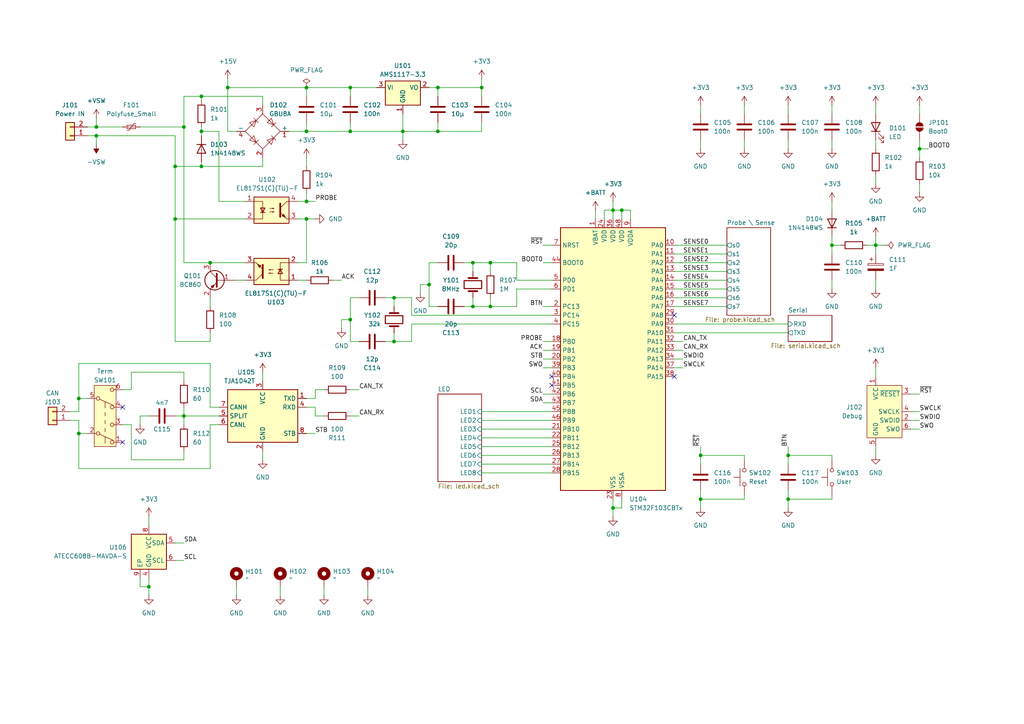
<source format=kicad_sch>
(kicad_sch (version 20231120) (generator "eeschema") (generator_version "8.0")
  (paper "A4")
  (title_block (title "Belegt") (date "2025-01-22") (rev "v0.1") (company "Eurovibes Benedikt Spranger") (comment 1 "SPDX-License-Identifier: CERN-OHL-S-2.0") (comment 2 "https://ohwr.org/cern_ohl_s_v2.txt") (comment 3 "To view a copy of this license, visit") (comment 4 "This work is licensed under the CERN-OHL-S v2"))
  (junction (at 142.24 76.2))
  (junction (at 27.94 36.83))
  (junction (at 114.3 99.06))
  (junction (at 127 25.4))
  (junction (at 177.8 60.96))
  (junction (at 88.9 38.1))
  (junction (at 116.84 38.1))
  (junction (at 142.24 88.9))
  (junction (at 58.42 48.26))
  (junction (at 266.7 43.18))
  (junction (at 137.16 76.2))
  (junction (at 88.9 58.42))
  (junction (at 228.6 144.78))
  (junction (at 58.42 27.94))
  (junction (at 139.7 25.4))
  (junction (at 254 71.12))
  (junction (at 58.42 38.1))
  (junction (at 88.9 25.4))
  (junction (at 22.86 115.57))
  (junction (at 137.16 88.9))
  (junction (at 101.6 25.4))
  (junction (at 60.96 76.2))
  (junction (at 177.8 147.32))
  (junction (at 101.6 38.1))
  (junction (at 53.34 120.65))
  (junction (at 114.3 86.36))
  (junction (at 50.8 63.5))
  (junction (at 88.9 63.5))
  (junction (at 203.2 132.08))
  (junction (at 241.3 71.12))
  (junction (at 50.8 48.26))
  (junction (at 180.34 60.96))
  (junction (at 66.04 25.4))
  (junction (at 22.86 125.73))
  (junction (at 27.94 39.37))
  (junction (at 101.6 92.71))
  (junction (at 127 38.1))
  (junction (at 53.34 36.83))
  (junction (at 43.18 170.18))
  (junction (at 203.2 144.78))
  (junction (at 124.46 82.55))
  (junction (at 228.6 132.08))
  (no_connect (at 160.02 111.76))
  (no_connect (at 35.56 128.27))
  (no_connect (at 195.58 109.22))
  (no_connect (at 160.02 109.22))
  (no_connect (at 195.58 91.44))
  (no_connect (at 35.56 118.11))
  (wire (pts (xy 88.9 58.42) (xy 91.44 58.42)))
  (wire (pts (xy 139.7 27.94) (xy 139.7 25.4)))
  (wire (pts (xy 43.18 149.86) (xy 43.18 152.4)))
  (wire (pts (xy 22.86 121.92) (xy 22.86 125.73)))
  (wire (pts (xy 157.48 71.12) (xy 160.02 71.12)))
  (wire (pts (xy 157.48 76.2) (xy 160.02 76.2)))
  (wire (pts (xy 254 81.28) (xy 254 83.82)))
  (wire (pts (xy 139.7 35.56) (xy 139.7 38.1)))
  (wire (pts (xy 53.34 130.81) (xy 53.34 133.35)))
  (wire (pts (xy 127 25.4) (xy 127 27.94)))
  (wire (pts (xy 71.12 58.42) (xy 63.5 58.42)))
  (wire (pts (xy 71.12 63.5) (xy 50.8 63.5)))
  (wire (pts (xy 96.52 81.28) (xy 99.06 81.28)))
  (wire (pts (xy 134.62 76.2) (xy 137.16 76.2)))
  (wire (pts (xy 53.34 76.2) (xy 60.96 76.2)))
  (wire (pts (xy 121.92 82.55) (xy 124.46 82.55)))
  (wire (pts (xy 127 35.56) (xy 127 38.1)))
  (wire (pts (xy 101.6 38.1) (xy 116.84 38.1)))
  (wire (pts (xy 99.06 92.71) (xy 99.06 95.25)))
  (wire (pts (xy 264.16 119.38) (xy 266.7 119.38)))
  (wire (pts (xy 63.5 123.19) (xy 60.96 123.19)))
  (wire (pts (xy 254 129.54) (xy 254 132.08)))
  (wire (pts (xy 182.88 60.96) (xy 182.88 63.5)))
  (wire (pts (xy 91.44 120.65) (xy 93.98 120.65)))
  (wire (pts (xy 139.7 121.92) (xy 160.02 121.92)))
  (wire (pts (xy 101.6 99.06) (xy 104.14 99.06)))
  (wire (pts (xy 195.58 71.12) (xy 210.82 71.12)))
  (wire (pts (xy 266.7 40.64) (xy 266.7 43.18)))
  (wire (pts (xy 180.34 60.96) (xy 182.88 60.96)))
  (wire (pts (xy 91.44 118.11) (xy 91.44 120.65)))
  (wire (pts (xy 114.3 86.36) (xy 114.3 88.9)))
  (wire (pts (xy 53.34 27.94) (xy 58.42 27.94)))
  (wire (pts (xy 195.58 78.74) (xy 210.82 78.74)))
  (wire (pts (xy 66.04 22.86) (xy 66.04 25.4)))
  (wire (pts (xy 119.38 93.98) (xy 119.38 99.06)))
  (wire (pts (xy 27.94 39.37) (xy 50.8 39.37)))
  (wire (pts (xy 195.58 83.82) (xy 210.82 83.82)))
  (wire (pts (xy 124.46 88.9) (xy 127 88.9)))
  (wire (pts (xy 149.86 88.9) (xy 142.24 88.9)))
  (wire (pts (xy 76.2 130.81) (xy 76.2 133.35)))
  (wire (pts (xy 203.2 132.08) (xy 203.2 134.62)))
  (wire (pts (xy 195.58 88.9) (xy 210.82 88.9)))
  (wire (pts (xy 60.96 86.36) (xy 60.96 88.9)))
  (wire (pts (xy 241.3 133.35) (xy 241.3 132.08)))
  (wire (pts (xy 139.7 38.1) (xy 127 38.1)))
  (wire (pts (xy 241.3 71.12) (xy 243.84 71.12)))
  (wire (pts (xy 157.48 106.68) (xy 160.02 106.68)))
  (wire (pts (xy 180.34 147.32) (xy 177.8 147.32)))
  (wire (pts (xy 157.48 116.84) (xy 160.02 116.84)))
  (wire (pts (xy 180.34 144.78) (xy 180.34 147.32)))
  (wire (pts (xy 35.56 123.19) (xy 38.1 123.19)))
  (wire (pts (xy 228.6 40.64) (xy 228.6 43.18)))
  (wire (pts (xy 58.42 36.83) (xy 58.42 38.1)))
  (wire (pts (xy 124.46 82.55) (xy 124.46 88.9)))
  (wire (pts (xy 139.7 132.08) (xy 160.02 132.08)))
  (wire (pts (xy 241.3 30.48) (xy 241.3 33.02)))
  (wire (pts (xy 101.6 86.36) (xy 101.6 92.71)))
  (wire (pts (xy 91.44 113.03) (xy 93.98 113.03)))
  (wire (pts (xy 22.86 115.57) (xy 22.86 119.38)))
  (wire (pts (xy 137.16 78.74) (xy 137.16 76.2)))
  (wire (pts (xy 40.64 167.64) (xy 40.64 170.18)))
  (wire (pts (xy 195.58 96.52) (xy 228.6 96.52)))
  (wire (pts (xy 101.6 92.71) (xy 101.6 99.06)))
  (wire (pts (xy 111.76 99.06) (xy 114.3 99.06)))
  (wire (pts (xy 91.44 118.11) (xy 88.9 118.11)))
  (wire (pts (xy 114.3 99.06) (xy 114.3 96.52)))
  (wire (pts (xy 119.38 91.44) (xy 119.38 86.36)))
  (wire (pts (xy 63.5 118.11) (xy 60.96 118.11)))
  (wire (pts (xy 195.58 101.6) (xy 198.12 101.6)))
  (wire (pts (xy 40.64 170.18) (xy 43.18 170.18)))
  (wire (pts (xy 25.4 39.37) (xy 27.94 39.37)))
  (wire (pts (xy 114.3 99.06) (xy 119.38 99.06)))
  (wire (pts (xy 228.6 132.08) (xy 228.6 134.62)))
  (wire (pts (xy 63.5 38.1) (xy 58.42 38.1)))
  (wire (pts (xy 91.44 115.57) (xy 88.9 115.57)))
  (wire (pts (xy 195.58 81.28) (xy 210.82 81.28)))
  (wire (pts (xy 149.86 83.82) (xy 149.86 88.9)))
  (wire (pts (xy 50.8 63.5) (xy 50.8 99.06)))
  (wire (pts (xy 50.8 162.56) (xy 53.34 162.56)))
  (wire (pts (xy 139.7 22.86) (xy 139.7 25.4)))
  (wire (pts (xy 93.98 170.18) (xy 93.98 172.72)))
  (wire (pts (xy 50.8 39.37) (xy 50.8 48.26)))
  (wire (pts (xy 27.94 36.83) (xy 35.56 36.83)))
  (wire (pts (xy 60.96 105.41) (xy 22.86 105.41)))
  (wire (pts (xy 203.2 142.24) (xy 203.2 144.78)))
  (wire (pts (xy 139.7 137.16) (xy 160.02 137.16)))
  (wire (pts (xy 22.86 125.73) (xy 25.4 125.73)))
  (wire (pts (xy 195.58 86.36) (xy 210.82 86.36)))
  (wire (pts (xy 215.9 144.78) (xy 203.2 144.78)))
  (wire (pts (xy 88.9 38.1) (xy 101.6 38.1)))
  (wire (pts (xy 264.16 114.3) (xy 266.7 114.3)))
  (wire (pts (xy 254 50.8) (xy 254 53.34)))
  (wire (pts (xy 142.24 86.36) (xy 142.24 88.9)))
  (wire (pts (xy 254 106.68) (xy 254 109.22)))
  (wire (pts (xy 137.16 76.2) (xy 142.24 76.2)))
  (wire (pts (xy 266.7 30.48) (xy 266.7 33.02)))
  (wire (pts (xy 177.8 60.96) (xy 180.34 60.96)))
  (wire (pts (xy 40.64 120.65) (xy 40.64 123.19)))
  (wire (pts (xy 38.1 107.95) (xy 53.34 107.95)))
  (wire (pts (xy 88.9 45.72) (xy 88.9 48.26)))
  (wire (pts (xy 195.58 73.66) (xy 210.82 73.66)))
  (wire (pts (xy 81.28 170.18) (xy 81.28 172.72)))
  (wire (pts (xy 228.6 129.54) (xy 228.6 132.08)))
  (wire (pts (xy 215.9 143.51) (xy 215.9 144.78)))
  (wire (pts (xy 76.2 45.72) (xy 76.2 48.26)))
  (wire (pts (xy 58.42 46.99) (xy 58.42 48.26)))
  (wire (pts (xy 53.34 120.65) (xy 53.34 123.19)))
  (wire (pts (xy 20.32 119.38) (xy 22.86 119.38)))
  (wire (pts (xy 88.9 58.42) (xy 88.9 55.88)))
  (wire (pts (xy 215.9 40.64) (xy 215.9 43.18)))
  (wire (pts (xy 149.86 81.28) (xy 149.86 76.2)))
  (wire (pts (xy 40.64 36.83) (xy 53.34 36.83)))
  (wire (pts (xy 241.3 81.28) (xy 241.3 83.82)))
  (wire (pts (xy 20.32 121.92) (xy 22.86 121.92)))
  (wire (pts (xy 68.58 81.28) (xy 71.12 81.28)))
  (wire (pts (xy 22.86 105.41) (xy 22.86 115.57)))
  (wire (pts (xy 35.56 113.03) (xy 38.1 113.03)))
  (wire (pts (xy 66.04 38.1) (xy 68.58 38.1)))
  (wire (pts (xy 195.58 106.68) (xy 198.12 106.68)))
  (wire (pts (xy 116.84 38.1) (xy 116.84 33.02)))
  (wire (pts (xy 27.94 34.29) (xy 27.94 36.83)))
  (wire (pts (xy 124.46 76.2) (xy 124.46 82.55)))
  (wire (pts (xy 58.42 38.1) (xy 58.42 39.37)))
  (wire (pts (xy 88.9 63.5) (xy 91.44 63.5)))
  (wire (pts (xy 203.2 129.54) (xy 203.2 132.08)))
  (wire (pts (xy 88.9 25.4) (xy 88.9 27.94)))
  (wire (pts (xy 53.34 27.94) (xy 53.34 36.83)))
  (wire (pts (xy 139.7 134.62) (xy 160.02 134.62)))
  (wire (pts (xy 22.86 135.89) (xy 22.86 125.73)))
  (wire (pts (xy 25.4 36.83) (xy 27.94 36.83)))
  (wire (pts (xy 254 71.12) (xy 254 73.66)))
  (wire (pts (xy 264.16 121.92) (xy 266.7 121.92)))
  (wire (pts (xy 241.3 68.58) (xy 241.3 71.12)))
  (wire (pts (xy 60.96 135.89) (xy 22.86 135.89)))
  (wire (pts (xy 27.94 39.37) (xy 27.94 41.91)))
  (wire (pts (xy 76.2 27.94) (xy 76.2 30.48)))
  (wire (pts (xy 53.34 36.83) (xy 53.34 76.2)))
  (wire (pts (xy 139.7 119.38) (xy 160.02 119.38)))
  (wire (pts (xy 195.58 93.98) (xy 228.6 93.98)))
  (wire (pts (xy 251.46 71.12) (xy 254 71.12)))
  (wire (pts (xy 157.48 114.3) (xy 160.02 114.3)))
  (wire (pts (xy 139.7 127) (xy 160.02 127)))
  (wire (pts (xy 127 38.1) (xy 116.84 38.1)))
  (wire (pts (xy 116.84 38.1) (xy 116.84 40.64)))
  (wire (pts (xy 38.1 133.35) (xy 53.34 133.35)))
  (wire (pts (xy 50.8 63.5) (xy 50.8 48.26)))
  (wire (pts (xy 101.6 25.4) (xy 101.6 27.94)))
  (wire (pts (xy 101.6 25.4) (xy 109.22 25.4)))
  (wire (pts (xy 266.7 43.18) (xy 269.24 43.18)))
  (wire (pts (xy 175.26 60.96) (xy 177.8 60.96)))
  (wire (pts (xy 157.48 99.06) (xy 160.02 99.06)))
  (wire (pts (xy 266.7 53.34) (xy 266.7 55.88)))
  (wire (pts (xy 88.9 35.56) (xy 88.9 38.1)))
  (wire (pts (xy 101.6 35.56) (xy 101.6 38.1)))
  (wire (pts (xy 139.7 25.4) (xy 127 25.4)))
  (wire (pts (xy 160.02 83.82) (xy 149.86 83.82)))
  (wire (pts (xy 38.1 123.19) (xy 38.1 133.35)))
  (wire (pts (xy 88.9 125.73) (xy 91.44 125.73)))
  (wire (pts (xy 134.62 88.9) (xy 137.16 88.9)))
  (wire (pts (xy 215.9 133.35) (xy 215.9 132.08)))
  (wire (pts (xy 111.76 86.36) (xy 114.3 86.36)))
  (wire (pts (xy 43.18 167.64) (xy 43.18 170.18)))
  (wire (pts (xy 60.96 76.2) (xy 71.12 76.2)))
  (wire (pts (xy 88.9 63.5) (xy 88.9 76.2)))
  (wire (pts (xy 160.02 81.28) (xy 149.86 81.28)))
  (wire (pts (xy 60.96 118.11) (xy 60.96 105.41)))
  (wire (pts (xy 177.8 144.78) (xy 177.8 147.32)))
  (wire (pts (xy 63.5 38.1) (xy 63.5 58.42)))
  (wire (pts (xy 157.48 104.14) (xy 160.02 104.14)))
  (wire (pts (xy 58.42 48.26) (xy 76.2 48.26)))
  (wire (pts (xy 76.2 107.95) (xy 76.2 110.49)))
  (wire (pts (xy 157.48 88.9) (xy 160.02 88.9)))
  (wire (pts (xy 60.96 99.06) (xy 60.96 96.52)))
  (wire (pts (xy 101.6 113.03) (xy 104.14 113.03)))
  (wire (pts (xy 254 40.64) (xy 254 43.18)))
  (wire (pts (xy 215.9 132.08) (xy 203.2 132.08)))
  (wire (pts (xy 119.38 86.36) (xy 114.3 86.36)))
  (wire (pts (xy 195.58 104.14) (xy 198.12 104.14)))
  (wire (pts (xy 254 30.48) (xy 254 33.02)))
  (wire (pts (xy 228.6 30.48) (xy 228.6 33.02)))
  (wire (pts (xy 215.9 30.48) (xy 215.9 33.02)))
  (wire (pts (xy 241.3 144.78) (xy 228.6 144.78)))
  (wire (pts (xy 53.34 120.65) (xy 63.5 120.65)))
  (wire (pts (xy 241.3 71.12) (xy 241.3 73.66)))
  (wire (pts (xy 203.2 30.48) (xy 203.2 33.02)))
  (wire (pts (xy 66.04 25.4) (xy 66.04 38.1)))
  (wire (pts (xy 177.8 60.96) (xy 177.8 63.5)))
  (wire (pts (xy 195.58 76.2) (xy 210.82 76.2)))
  (wire (pts (xy 104.14 86.36) (xy 101.6 86.36)))
  (wire (pts (xy 266.7 43.18) (xy 266.7 45.72)))
  (wire (pts (xy 106.68 170.18) (xy 106.68 172.72)))
  (wire (pts (xy 149.86 76.2) (xy 142.24 76.2)))
  (wire (pts (xy 53.34 107.95) (xy 53.34 110.49)))
  (wire (pts (xy 86.36 63.5) (xy 88.9 63.5)))
  (wire (pts (xy 241.3 132.08) (xy 228.6 132.08)))
  (wire (pts (xy 43.18 120.65) (xy 40.64 120.65)))
  (wire (pts (xy 58.42 29.21) (xy 58.42 27.94)))
  (wire (pts (xy 124.46 25.4) (xy 127 25.4)))
  (wire (pts (xy 264.16 124.46) (xy 266.7 124.46)))
  (wire (pts (xy 142.24 76.2) (xy 142.24 78.74)))
  (wire (pts (xy 127 76.2) (xy 124.46 76.2)))
  (wire (pts (xy 101.6 120.65) (xy 104.14 120.65)))
  (wire (pts (xy 50.8 48.26) (xy 58.42 48.26)))
  (wire (pts (xy 121.92 85.09) (xy 121.92 82.55)))
  (wire (pts (xy 228.6 144.78) (xy 228.6 147.32)))
  (wire (pts (xy 160.02 91.44) (xy 119.38 91.44)))
  (wire (pts (xy 68.58 170.18) (xy 68.58 172.72)))
  (wire (pts (xy 203.2 40.64) (xy 203.2 43.18)))
  (wire (pts (xy 157.48 101.6) (xy 160.02 101.6)))
  (wire (pts (xy 180.34 60.96) (xy 180.34 63.5)))
  (wire (pts (xy 137.16 88.9) (xy 142.24 88.9)))
  (wire (pts (xy 195.58 99.06) (xy 198.12 99.06)))
  (wire (pts (xy 177.8 147.32) (xy 177.8 149.86)))
  (wire (pts (xy 99.06 92.71) (xy 101.6 92.71)))
  (wire (pts (xy 139.7 124.46) (xy 160.02 124.46)))
  (wire (pts (xy 175.26 63.5) (xy 175.26 60.96)))
  (wire (pts (xy 58.42 27.94) (xy 76.2 27.94)))
  (wire (pts (xy 22.86 115.57) (xy 25.4 115.57)))
  (wire (pts (xy 53.34 118.11) (xy 53.34 120.65)))
  (wire (pts (xy 60.96 123.19) (xy 60.96 135.89)))
  (wire (pts (xy 177.8 58.42) (xy 177.8 60.96)))
  (wire (pts (xy 88.9 25.4) (xy 101.6 25.4)))
  (wire (pts (xy 86.36 76.2) (xy 88.9 76.2)))
  (wire (pts (xy 172.72 60.96) (xy 172.72 63.5)))
  (wire (pts (xy 139.7 129.54) (xy 160.02 129.54)))
  (wire (pts (xy 86.36 81.28) (xy 88.9 81.28)))
  (wire (pts (xy 66.04 25.4) (xy 88.9 25.4)))
  (wire (pts (xy 91.44 115.57) (xy 91.44 113.03)))
  (wire (pts (xy 50.8 99.06) (xy 60.96 99.06)))
  (wire (pts (xy 203.2 144.78) (xy 203.2 147.32)))
  (wire (pts (xy 254 71.12) (xy 256.54 71.12)))
  (wire (pts (xy 241.3 58.42) (xy 241.3 60.96)))
  (wire (pts (xy 160.02 93.98) (xy 119.38 93.98)))
  (wire (pts (xy 241.3 143.51) (xy 241.3 144.78)))
  (wire (pts (xy 38.1 113.03) (xy 38.1 107.95)))
  (wire (pts (xy 137.16 86.36) (xy 137.16 88.9)))
  (wire (pts (xy 254 68.58) (xy 254 71.12)))
  (wire (pts (xy 83.82 38.1) (xy 88.9 38.1)))
  (wire (pts (xy 50.8 120.65) (xy 53.34 120.65)))
  (wire (pts (xy 228.6 142.24) (xy 228.6 144.78)))
  (wire (pts (xy 50.8 157.48) (xy 53.34 157.48)))
  (wire (pts (xy 43.18 170.18) (xy 43.18 172.72)))
  (wire (pts (xy 86.36 58.42) (xy 88.9 58.42)))
  (wire (pts (xy 241.3 40.64) (xy 241.3 43.18)))
  (label "SENSE3" (at 198.12 78.74 0))
  (label "BTN" (at 228.6 129.54 90))
  (label "SWDIO" (at 198.12 104.14 0))
  (label "BTN" (at 157.48 88.9 180))
  (label "SCL" (at 53.34 162.56 0))
  (label "SWO" (at 266.7 124.46 0))
  (label "CAN_RX" (at 198.12 101.6 0))
  (label "BOOT0" (at 269.24 43.18 0))
  (label "~{RST}" (at 266.7 114.3 0))
  (label "SENSE7" (at 198.12 88.9 0))
  (label "SENSE2" (at 198.12 76.2 0))
  (label "SWCLK" (at 198.12 106.68 0))
  (label "CAN_TX" (at 198.12 99.06 0))
  (label "CAN_RX" (at 104.14 120.65 0))
  (label "SDA" (at 157.48 116.84 180))
  (label "SENSE4" (at 198.12 81.28 0))
  (label "~{RST}" (at 203.2 129.54 90))
  (label "SWO" (at 157.48 106.68 180))
  (label "SCL" (at 157.48 114.3 180))
  (label "SWCLK" (at 266.7 119.38 0))
  (label "SENSE5" (at 198.12 83.82 0))
  (label "SENSE1" (at 198.12 73.66 0))
  (label "PROBE" (at 157.48 99.06 180))
  (label "SENSE6" (at 198.12 86.36 0))
  (label "SWDIO" (at 266.7 121.92 0))
  (label "STB" (at 157.48 104.14 180))
  (label "STB" (at 91.44 125.73 0))
  (label "PROBE" (at 91.44 58.42 0))
  (label "CAN_TX" (at 104.14 113.03 0))
  (label "SENSE0" (at 198.12 71.12 0))
  (label "BOOT0" (at 157.48 76.2 180))
  (label "ACK" (at 99.06 81.28 0))
  (label "SDA" (at 53.34 157.48 0))
  (label "~{RST}" (at 157.48 71.12 180))
  (label "ACK" (at 157.48 101.6 180))
  (symbol (lib_id "Device:R") (at 254 46.99 0) (unit 1)
    (property "Reference" "R102" (at 256.54 45.7199 0) (effects (justify left)))
    (property "Value" "1k" (at 256.54 48.2599 0) (effects (justify left)))
    (property "Footprint" "Resistor_SMD:R_0402_1005Metric" (effects (hide yes)))
    (property "Description" "Resistor" (effects (hide yes)))
    (property "LCSC#" "C11702" (effects (hide yes)))
    (property "Manufacture" "UNI-ROYAL(Uniroyal Elec)" (effects (hide yes)))
    (property "assemble" "y" (effects (hide yes)))
    (property "mpn" "0402WGF1001TCE" (effects (hide yes)))
  )
  (symbol (lib_id "Device:Crystal") (at 137.16 82.55 270) (mirror x) (unit 1)
    (property "Reference" "Y101" (at 133.35 81.2799 90) (effects (justify right)))
    (property "Value" "8MHz" (at 133.35 83.8199 90) (effects (justify right)))
    (property "Footprint" "Crystal:Crystal_SMD_HC49-SD" (effects (hide yes)))
    (property "Description" "Two pin crystal" (effects (hide yes)))
    (property "LCSC#" "C12674" (effects (hide yes)))
    (property "Manufacture" "YXC Crystal Oscillators" (effects (hide yes)))
    (property "assemble" "y" (effects (hide yes)))
    (property "mpn" "X49SM8MSD2SC" (effects (hide yes)))
  )
  (symbol (lib_id "power:+15V") (at 66.04 22.86 0) (unit 1)
    (property "Reference" "#PWR?" (effects (hide yes)))
    (property "Value" "+15V" (at 66.04 17.78 0))
    (property "Description" "Power symbol creates a global label with name \"+15V\"" (effects (hide yes)))
  )
  (symbol (lib_id "Security:ATECC608B-MAHDA") (at 43.18 160.02 0) (unit 1)
    (property "Reference" "U106" (at 36.83 158.7499 0) (effects (justify right)))
    (property "Value" "ATECC608B-MAVDA-S" (at 36.83 161.2899 0) (effects (justify right)))
    (property "Footprint" "Package_DFN_QFN:DFN-8-1EP_3x2mm_P0.5mm_EP1.3x1.5mm" (effects (hide yes)))
    (property "Datasheet" "https://ww1.microchip.com/downloads/aemDocuments/documents/SCBU/ProductDocuments/DataSheets/ATECC608B-CryptoAuthentication-Device-Summary-Data-Sheet-DS40002239B.pdf" (effects (hide yes)))
    (property "Description" "Cryptographic Co-Processor with Secure Hardware-based 16 Key Storage, ECDSA and ECDH support, I2C, UDFN-8" (effects (hide yes)))
    (property "assemble" "y" (effects (hide yes)))
    (property "LCSC#" "C17350254" (effects (hide yes)))
    (property "Manufacture" "Microchip Tech" (effects (hide yes)))
    (property "mpn" "ATECC608B-MAVDA-S" (effects (hide yes)))
  )
  (symbol (lib_id "Mechanical:MountingHole_Pad") (at 68.58 167.64 0) (unit 1) (exclude_from_sim yes) (in_bom no)
    (property "Reference" "H101" (at 71.12 165.7349 0) (effects (justify left)))
    (property "Value" "~" (at 71.12 167.64 0) (effects (justify left)))
    (property "Footprint" "MountingHole:MountingHole_3.2mm_M3_ISO14580_Pad" (effects (hide yes)))
    (property "Description" "Mounting Hole with connection" (effects (hide yes)))
    (property "Manufacture" "N/A" (effects (hide yes)))
    (property "assemble" "n" (effects (hide yes)))
    (property "mpn" "N/A" (effects (hide yes)))
  )
  (symbol (lib_id "Device:R") (at 53.34 114.3 0) (unit 1)
    (property "Reference" "R110" (at 55.88 113.0299 0) (effects (justify left)))
    (property "Value" "60" (at 55.88 115.5699 0) (effects (justify left)))
    (property "Footprint" "Resistor_SMD:R_1206_3216Metric" (effects (hide yes)))
    (property "Description" "Resistor" (effects (hide yes)))
    (property "assemble" "y" (effects (hide yes)))
    (property "LCSC#" "C57572" (effects (hide yes)))
    (property "Manufacture" "UNI-ROYAL(Uniroyal Elec)" (effects (hide yes)))
    (property "mpn" "1206W4F604JT5E" (effects (hide yes)))
  )
  (symbol (lib_id "Transistor_BJT:BC860") (at 63.5 81.28 0) (mirror y) (unit 1)
    (property "Reference" "Q101" (at 58.42 80.0099 0) (effects (justify left)))
    (property "Value" "BC860" (at 58.42 82.5499 0) (effects (justify left)))
    (property "Footprint" "Package_TO_SOT_SMD:SOT-23" (effects (hide yes)))
    (property "Datasheet" "http://www.infineon.com/dgdl/Infineon-BC857SERIES_BC858SERIES_BC859SERIES_BC860SERIES-DS-v01_01-en.pdf?fileId=db3a304314dca389011541da0e3a1661" (effects (hide yes)))
    (property "Description" "0.1A Ic, 45V Vce, PNP Small Signal Transistor, SOT-23" (effects (hide yes)))
    (property "assemble" "y" (effects (hide yes)))
    (property "LCSC#" "C475637" (effects (hide yes)))
    (property "Manufacture" "Shikues" (effects (hide yes)))
    (property "mpn" "BC860B" (effects (hide yes)))
  )
  (symbol (lib_id "power:GND") (at 266.7 55.88 0) (unit 1)
    (property "Reference" "#PWR?" (effects (hide yes)))
    (property "Value" "GND" (at 266.7 60.96 0))
    (property "Description" "Power symbol creates a global label with name \"GND\" , ground" (effects (hide yes)))
  )
  (symbol (lib_id "power:+3V3") (at 241.3 30.48 0) (unit 1)
    (property "Reference" "#PWR?" (effects (hide yes)))
    (property "Value" "+3V3" (at 241.3 25.4 0))
    (property "Description" "Power symbol creates a global label with name \"+3V3\"" (effects (hide yes)))
  )
  (symbol (lib_id "Device:R") (at 88.9 52.07 180) (unit 1)
    (property "Reference" "R104" (at 91.44 50.7999 0) (effects (justify right)))
    (property "Value" "1k" (at 91.44 53.3399 0) (effects (justify right)))
    (property "Footprint" "Resistor_SMD:R_0402_1005Metric" (effects (hide yes)))
    (property "Description" "Resistor" (effects (hide yes)))
    (property "assemble" "y" (effects (hide yes)))
    (property "LCSC#" "C11702" (effects (hide yes)))
    (property "Manufacture" "UNI-ROYAL(Uniroyal Elec)" (effects (hide yes)))
    (property "mpn" "0402WGF1001TCE" (effects (hide yes)))
  )
  (symbol (lib_id "power:+3V3") (at 254 106.68 0) (unit 1)
    (property "Reference" "#PWR?" (effects (hide yes)))
    (property "Value" "+3V3" (at 254 101.6 0))
    (property "Description" "Power symbol creates a global label with name \"+3V3\"" (effects (hide yes)))
  )
  (symbol (lib_id "Device:Crystal") (at 114.3 92.71 270) (mirror x) (unit 1)
    (property "Reference" "Y102" (at 110.49 91.4399 90) (effects (justify right)))
    (property "Value" "32k" (at 110.49 93.9799 90) (effects (justify right)))
    (property "Footprint" "Crystal:Crystal_SMD_3215-2Pin_3.2x1.5mm" (effects (hide yes)))
    (property "Description" "Two pin crystal" (effects (hide yes)))
    (property "LCSC#" "C32346" (effects (hide yes)))
    (property "Manufacture" "Seiko Epson" (effects (hide yes)))
    (property "assemble" "y" (effects (hide yes)))
    (property "mpn" "Q13FC13500004" (effects (hide yes)))
  )
  (symbol (lib_id "power:GND") (at 228.6 147.32 0) (unit 1)
    (property "Reference" "#PWR?" (effects (hide yes)))
    (property "Value" "GND" (at 228.6 152.4 0))
    (property "Description" "Power symbol creates a global label with name \"GND\" , ground" (effects (hide yes)))
  )
  (symbol (lib_id "Mechanical:MountingHole_Pad") (at 93.98 167.64 0) (unit 1) (exclude_from_sim yes) (in_bom no)
    (property "Reference" "H103" (at 96.52 165.7349 0) (effects (justify left)))
    (property "Value" "~" (at 96.52 167.64 0) (effects (justify left)))
    (property "Footprint" "MountingHole:MountingHole_3.2mm_M3_ISO14580_Pad" (effects (hide yes)))
    (property "Description" "Mounting Hole with connection" (effects (hide yes)))
    (property "Manufacture" "N/A" (effects (hide yes)))
    (property "assemble" "n" (effects (hide yes)))
    (property "mpn" "N/A" (effects (hide yes)))
  )
  (symbol (lib_id "Isolator:LTV-817S") (at 78.74 60.96 0) (unit 1)
    (property "Reference" "U102" (at 77.47 52.07 0))
    (property "Value" "EL817S1(C)(TU)-F" (at 77.47 54.61 0))
    (property "Footprint" "Package_DIP:SMDIP-4_W9.53mm" (effects (hide yes)))
    (property "Datasheet" "http://www.us.liteon.com/downloads/LTV-817-827-847.PDF" (effects (hide yes)))
    (property "Description" "DC Optocoupler, Vce 35V, CTR 50%, SMDIP-4" (effects (hide yes)))
    (property "assemble" "y" (effects (hide yes)))
    (property "LCSC#" "C106900" (effects (hide yes)))
    (property "Manufacture" "Everlight Elec" (effects (hide yes)))
    (property "mpn" "EL817S1(C)(TU)-F" (effects (hide yes)))
  )
  (symbol (lib_id "power:+3V3") (at 43.18 149.86 0) (unit 1)
    (property "Reference" "#PWR?" (effects (hide yes)))
    (property "Value" "+3V3" (at 43.18 144.78 0))
    (property "Description" "Power symbol creates a global label with name \"+3V3\"" (effects (hide yes)))
  )
  (symbol (lib_id "power:+3V3") (at 177.8 58.42 0) (unit 1)
    (property "Reference" "#PWR?" (effects (hide yes)))
    (property "Value" "+3V3" (at 177.8 53.34 0))
    (property "Description" "Power symbol creates a global label with name \"+3V3\"" (effects (hide yes)))
  )
  (symbol (lib_id "Connector_Generic:Conn_01x02") (at 15.24 121.92 180) (unit 1)
    (property "Reference" "J103" (at 15.24 116.586 0))
    (property "Value" "CAN" (at 15.24 114.046 0))
    (property "Footprint" "TerminalBlock_WAGO:TerminalBlock_WAGO_236-402_1x02_P5.00mm_45Degree" (effects (hide yes)))
    (property "Description" "Generic connector, single row, 01x02, script generated (kicad-library-utils/schlib/autogen/connector/)" (effects (hide yes)))
    (property "assemble" "n" (effects (hide yes)))
    (property "Manufacture" "WAGO Corporation" (effects (hide yes)))
    (property "mpn" "236-402" (effects (hide yes)))
    (property "Digikey#" "2946-236-402-ND" (effects (hide yes)))
  )
  (symbol (lib_id "power:GND") (at 91.44 63.5 90) (unit 1)
    (property "Reference" "#PWR?" (effects (hide yes)))
    (property "Value" "GND" (at 95.25 63.4999 90) (effects (justify right)))
    (property "Description" "Power symbol creates a global label with name \"GND\" , ground" (effects (hide yes)))
  )
  (symbol (lib_id "power:GND") (at 228.6 43.18 0) (unit 1)
    (property "Reference" "#PWR?" (effects (hide yes)))
    (property "Value" "GND" (at 228.6 48.26 0))
    (property "Description" "Power symbol creates a global label with name \"GND\" , ground" (effects (hide yes)))
  )
  (symbol (lib_id "Device:C") (at 107.95 99.06 90) (mirror x) (unit 1)
    (property "Reference" "C114" (at 107.95 106.68 90))
    (property "Value" "12p" (at 107.95 104.14 90))
    (property "Footprint" "Capacitor_SMD:C_0402_1005Metric" (effects (hide yes)))
    (property "Description" "Unpolarized capacitor" (effects (hide yes)))
    (property "LCSC#" "C1547" (effects (hide yes)))
    (property "Manufacture" "FH (Guangdong Fenghua Advanced Tech)" (effects (hide yes)))
    (property "assemble" "y" (effects (hide yes)))
    (property "mpn" "0402CG120J500NT" (effects (hide yes)))
  )
  (symbol (lib_id "power:GND") (at 116.84 40.64 0) (unit 1)
    (property "Reference" "#PWR?" (effects (hide yes)))
    (property "Value" "GND" (at 116.84 45.72 0))
    (property "Description" "Power symbol creates a global label with name \"GND\" , ground" (effects (hide yes)))
  )
  (symbol (lib_id "Device:R") (at 53.34 127 0) (unit 1)
    (property "Reference" "R112" (at 55.88 125.7299 0) (effects (justify left)))
    (property "Value" "60" (at 55.88 128.2699 0) (effects (justify left)))
    (property "Footprint" "Resistor_SMD:R_1206_3216Metric" (effects (hide yes)))
    (property "Description" "Resistor" (effects (hide yes)))
    (property "assemble" "y" (effects (hide yes)))
    (property "LCSC#" "C57572" (effects (hide yes)))
    (property "Manufacture" "UNI-ROYAL(Uniroyal Elec)" (effects (hide yes)))
    (property "mpn" "1206W4F604JT5E" (effects (hide yes)))
  )
  (symbol (lib_id "Switch:SW_Push") (at 241.3 138.43 90) (unit 1)
    (property "Reference" "SW103" (at 242.57 137.1599 90) (effects (justify right)))
    (property "Value" "User" (at 242.57 139.6999 90) (effects (justify right)))
    (property "Footprint" "Button_Switch_THT:SW_PUSH_6mm" (effects (hide yes)))
    (property "Description" "Push button switch, generic, two pins" (effects (hide yes)))
    (property "Manufacture" "NINIGI" (effects (hide yes)))
    (property "TME#" "TACT-65R-F" (effects (hide yes)))
    (property "assemble" "n" (effects (hide yes)))
    (property "mpn" "TACT-65R-F" (effects (hide yes)))
  )
  (symbol (lib_id "Device:R") (at 266.7 49.53 0) (unit 1)
    (property "Reference" "R103" (at 269.24 48.2599 0) (effects (justify left)))
    (property "Value" "10k" (at 269.24 50.7999 0) (effects (justify left)))
    (property "Footprint" "Resistor_SMD:R_0402_1005Metric" (effects (hide yes)))
    (property "Description" "Resistor" (effects (hide yes)))
    (property "LCSC#" "C25744" (effects (hide yes)))
    (property "Manufacture" "UNI-ROYAL(Uniroyal Elec)" (effects (hide yes)))
    (property "assemble" "y" (effects (hide yes)))
    (property "mpn" "0402WGF1002TCE" (effects (hide yes)))
  )
  (symbol (lib_id "power:+3V3") (at 241.3 58.42 0) (unit 1)
    (property "Reference" "#PWR?" (effects (hide yes)))
    (property "Value" "+3V3" (at 241.3 53.34 0))
    (property "Description" "Power symbol creates a global label with name \"+3V3\"" (effects (hide yes)))
  )
  (symbol (lib_id "Device:R") (at 142.24 82.55 0) (unit 1)
    (property "Reference" "R107" (at 144.78 81.2799 0) (effects (justify left)))
    (property "Value" "1M" (at 144.78 83.8199 0) (effects (justify left)))
    (property "Footprint" "Resistor_SMD:R_0402_1005Metric" (effects (hide yes)))
    (property "Description" "Resistor" (effects (hide yes)))
    (property "LCSC#" "C26083" (effects (hide yes)))
    (property "Manufacture" "UNI-ROYAL(Uniroyal Elec)" (effects (hide yes)))
    (property "assemble" "y" (effects (hide yes)))
    (property "mpn" "0402WGF1004TCE" (effects (hide yes)))
  )
  (symbol (lib_id "power:GND") (at 76.2 133.35 0) (mirror y) (unit 1)
    (property "Reference" "#PWR?" (effects (hide yes)))
    (property "Value" "GND" (at 76.2 138.43 0))
    (property "Description" "Power symbol creates a global label with name \"GND\" , ground" (effects (hide yes)))
  )
  (symbol (lib_id "Mechanical:MountingHole_Pad") (at 81.28 167.64 0) (unit 1) (exclude_from_sim yes) (in_bom no)
    (property "Reference" "H102" (at 83.82 165.7349 0) (effects (justify left)))
    (property "Value" "~" (at 83.82 167.64 0) (effects (justify left)))
    (property "Footprint" "MountingHole:MountingHole_3.2mm_M3_ISO14580_Pad" (effects (hide yes)))
    (property "Description" "Mounting Hole with connection" (effects (hide yes)))
    (property "Manufacture" "N/A" (effects (hide yes)))
    (property "assemble" "n" (effects (hide yes)))
    (property "mpn" "N/A" (effects (hide yes)))
  )
  (symbol (lib_id "power:PWR_FLAG") (at 88.9 25.4 0) (unit 1)
    (property "Reference" "#FLG?" (effects (hide yes)))
    (property "Value" "PWR_FLAG" (at 88.9 20.32 0))
    (property "Description" "Special symbol for telling ERC where power comes from" (effects (hide yes)))
  )
  (symbol (lib_id "Device:C") (at 228.6 138.43 0) (unit 1)
    (property "Reference" "C117" (at 232.41 137.1599 0) (effects (justify left)))
    (property "Value" "100n" (at 232.41 139.6999 0) (effects (justify left)))
    (property "Footprint" "Capacitor_SMD:C_0402_1005Metric" (effects (hide yes)))
    (property "Description" "Unpolarized capacitor" (effects (hide yes)))
    (property "LCSC#" "C307331" (effects (hide yes)))
    (property "Manufacture" "Samsung Electro-Mechanics" (effects (hide yes)))
    (property "assemble" "y" (effects (hide yes)))
    (property "mpn" "CL05B104KB54PNC" (effects (hide yes)))
  )
  (symbol (lib_id "power:+3V3") (at 266.7 30.48 0) (unit 1)
    (property "Reference" "#PWR?" (effects (hide yes)))
    (property "Value" "+3V3" (at 266.7 25.4 0))
    (property "Description" "Power symbol creates a global label with name \"+3V3\"" (effects (hide yes)))
  )
  (symbol (lib_id "Device:R") (at 92.71 81.28 270) (unit 1)
    (property "Reference" "R106" (at 92.71 76.2 90))
    (property "Value" "1k" (at 92.71 78.74 90))
    (property "Footprint" "Resistor_SMD:R_0402_1005Metric" (effects (hide yes)))
    (property "Description" "Resistor" (effects (hide yes)))
    (property "assemble" "y" (effects (hide yes)))
    (property "LCSC#" "C11702" (effects (hide yes)))
    (property "Manufacture" "UNI-ROYAL(Uniroyal Elec)" (effects (hide yes)))
    (property "mpn" "0402WGF1001TCE" (effects (hide yes)))
  )
  (symbol (lib_id "Interface_CAN_LIN:TJA1042T") (at 76.2 120.65 0) (mirror y) (unit 1)
    (property "Reference" "U105" (at 74.0059 107.95 0) (effects (justify left)))
    (property "Value" "TJA1042T" (at 74.0059 110.49 0) (effects (justify left)))
    (property "Footprint" "Package_SO:SOIC-8_3.9x4.9mm_P1.27mm" (effects (hide yes)))
    (property "Datasheet" "http://www.nxp.com/docs/en/data-sheet/TJA1042.pdf" (effects (hide yes)))
    (property "Description" "High-Speed CAN Transceiver, standby mode, split pin, SOIC-8" (effects (hide yes)))
    (property "assemble" "y" (effects (hide yes)))
    (property "LCSC#" "C53670" (effects (hide yes)))
    (property "Manufacture" "NXP Semicon" (effects (hide yes)))
    (property "mpn" "TJA1042T/1J" (effects (hide yes)))
  )
  (symbol (lib_id "power:GND") (at 93.98 172.72 0) (unit 1)
    (property "Reference" "#PWR?" (effects (hide yes)))
    (property "Value" "GND" (at 93.98 177.8 0))
    (property "Description" "Power symbol creates a global label with name \"GND\" , ground" (effects (hide yes)))
  )
  (symbol (lib_id "power:+VSW") (at 27.94 34.29 0) (unit 1)
    (property "Reference" "#PWR?" (effects (hide yes)))
    (property "Value" "+VSW" (at 27.94 29.21 0))
    (property "Description" "Power symbol creates a global label with name \"+VSW\"" (effects (hide yes)))
  )
  (symbol (lib_id "Device:R") (at 97.79 120.65 90) (mirror x) (unit 1)
    (property "Reference" "R111" (at 97.79 127 90))
    (property "Value" "100" (at 97.79 124.46 90))
    (property "Footprint" "Resistor_SMD:R_0402_1005Metric" (effects (hide yes)))
    (property "Description" "Resistor" (effects (hide yes)))
    (property "assemble" "y" (effects (hide yes)))
    (property "LCSC#" "C25076" (effects (hide yes)))
    (property "Manufacture" "UNI-ROYAL(Uniroyal Elec)" (effects (hide yes)))
    (property "mpn" "0402WGF1000TCE" (effects (hide yes)))
  )
  (symbol (lib_id "Diode:1N4148WS") (at 241.3 64.77 270) (mirror x) (unit 1)
    (property "Reference" "D104" (at 238.76 63.4999 90) (effects (justify right)))
    (property "Value" "1N4148WS" (at 238.76 66.0399 90) (effects (justify right)))
    (property "Footprint" "Diode_SMD:D_SOD-323" (effects (hide yes)))
    (property "Datasheet" "https://www.vishay.com/docs/85751/1n4148ws.pdf" (effects (hide yes)))
    (property "Description" "75V 0.15A Fast switching Diode, SOD-323" (effects (hide yes)))
    (property "Sim.Device" "D" (effects (hide yes)))
    (property "Sim.Pins" "1=K 2=A" (effects (hide yes)))
    (property "LCSC#" "C2128" (effects (hide yes)))
    (property "Manufacture" "Jiangsu Changjing Electronics Technology Co., Ltd." (effects (hide yes)))
    (property "assemble" "y" (effects (hide yes)))
    (property "mpn" "1N4148WS" (effects (hide yes)))
  )
  (symbol (lib_id "power:-VSW") (at 27.94 41.91 180) (unit 1)
    (property "Reference" "#PWR?" (effects (hide yes)))
    (property "Value" "-VSW" (at 27.94 46.99 0))
    (property "Description" "Power symbol creates a global label with name \"-VSW\"" (effects (hide yes)))
  )
  (symbol (lib_id "Diode_Bridge:GBU8A") (at 76.2 38.1 0) (unit 1)
    (property "Reference" "D102" (at 80.772 30.48 0))
    (property "Value" "GBU8A" (at 81.28 33.02 0))
    (property "Footprint" "Diode_THT:Diode_Bridge_Vishay_GBU" (effects (hide yes)))
    (property "Datasheet" "http://www.vishay.com/docs/88656/gbu8a.pdf" (effects (hide yes)))
    (property "Description" "Single-Phase Bridge Rectifier, 35V Vrms, 8.0A If, GBU package" (effects (hide yes)))
    (property "Manufacture" " VISHAY" (effects (hide yes)))
    (property "TME#" "GBU8A-E3/51" (effects (hide yes)))
    (property "assemble" "n" (effects (hide yes)))
    (property "mpn" "GBU8A-E3/51" (effects (hide yes)))
  )
  (symbol (lib_id "power:+3V3") (at 203.2 30.48 0) (unit 1)
    (property "Reference" "#PWR?" (effects (hide yes)))
    (property "Value" "+3V3" (at 203.2 25.4 0))
    (property "Description" "Power symbol creates a global label with name \"+3V3\"" (effects (hide yes)))
  )
  (symbol (lib_id "Device:C") (at 130.81 76.2 90) (unit 1)
    (property "Reference" "C109" (at 130.81 68.58 90))
    (property "Value" "20p" (at 130.81 71.12 90))
    (property "Footprint" "Capacitor_SMD:C_0402_1005Metric" (effects (hide yes)))
    (property "Description" "Unpolarized capacitor" (effects (hide yes)))
    (property "LCSC#" "C1554" (effects (hide yes)))
    (property "Manufacture" "FH (Guangdong Fenghua Advanced Tech)" (effects (hide yes)))
    (property "assemble" "y" (effects (hide yes)))
    (property "mpn" "0402CG200J500NT" (effects (hide yes)))
  )
  (symbol (lib_id "power:GND") (at 254 132.08 0) (unit 1)
    (property "Reference" "#PWR?" (effects (hide yes)))
    (property "Value" "GND" (at 254 137.16 0))
    (property "Description" "Power symbol creates a global label with name \"GND\" , ground" (effects (hide yes)))
  )
  (symbol (lib_id "Device:C") (at 203.2 138.43 0) (unit 1)
    (property "Reference" "C116" (at 207.01 137.1599 0) (effects (justify left)))
    (property "Value" "100n" (at 207.01 139.6999 0) (effects (justify left)))
    (property "Footprint" "Capacitor_SMD:C_0402_1005Metric" (effects (hide yes)))
    (property "Description" "Unpolarized capacitor" (effects (hide yes)))
    (property "LCSC#" "C307331" (effects (hide yes)))
    (property "Manufacture" "Samsung Electro-Mechanics" (effects (hide yes)))
    (property "assemble" "y" (effects (hide yes)))
    (property "mpn" "CL05B104KB54PNC" (effects (hide yes)))
  )
  (symbol (lib_id "power:PWR_FLAG") (at 256.54 71.12 270) (unit 1)
    (property "Reference" "#FLG?" (effects (hide yes)))
    (property "Value" "PWR_FLAG" (at 260.35 71.1199 90) (effects (justify left)))
    (property "Description" "Special symbol for telling ERC where power comes from" (effects (hide yes)))
  )
  (symbol (lib_id "power:GND") (at 99.06 95.25 0) (unit 1)
    (property "Reference" "#PWR?" (effects (hide yes)))
    (property "Value" "GND" (at 99.06 100.33 0))
    (property "Description" "Power symbol creates a global label with name \"GND\" , ground" (effects (hide yes)))
  )
  (symbol (lib_id "Device:C_Polarized") (at 254 77.47 0) (unit 1)
    (property "Reference" "C111" (at 257.81 75.3109 0) (effects (justify left)))
    (property "Value" "1F" (at 257.81 77.8509 0) (effects (justify left)))
    (property "Footprint" "Capacitor_THT:CP_Radial_D8.0mm_P3.50mm" (effects (hide yes)))
    (property "Description" "Polarized capacitor" (effects (hide yes)))
    (property "Manufacture" "SPSCAP" (effects (hide yes)))
    (property "TME#" "SCV1F-3.0V-LTZ" (effects (hide yes)))
    (property "assemble" "n" (effects (hide yes)))
    (property "mpn" "SCV0001C0-003R0LTZ" (effects (hide yes)))
  )
  (symbol (lib_id "Device:C") (at 101.6 31.75 0) (unit 1)
    (property "Reference" "C102" (at 105.41 30.4799 0) (effects (justify left)))
    (property "Value" "100n" (at 105.41 33.0199 0) (effects (justify left)))
    (property "Footprint" "Capacitor_SMD:C_0402_1005Metric" (effects (hide yes)))
    (property "Description" "Unpolarized capacitor" (effects (hide yes)))
    (property "assemble" "y" (effects (hide yes)))
    (property "LCSC#" "C307331" (effects (hide yes)))
    (property "Manufacture" "Samsung Electro-Mechanics" (effects (hide yes)))
    (property "mpn" "CL05B104KB54PNC" (effects (hide yes)))
  )
  (symbol (lib_id "power:+3V3") (at 254 30.48 0) (unit 1)
    (property "Reference" "#PWR?" (effects (hide yes)))
    (property "Value" "+3V3" (at 254 25.4 0))
    (property "Description" "Power symbol creates a global label with name \"+3V3\"" (effects (hide yes)))
  )
  (symbol (lib_id "Isolator:LTV-817S") (at 78.74 78.74 180) (unit 1)
    (property "Reference" "U103" (at 80.01 87.63 0))
    (property "Value" "EL817S1(C)(TU)-F" (at 80.01 85.09 0))
    (property "Footprint" "Package_DIP:SMDIP-4_W9.53mm" (effects (hide yes)))
    (property "Datasheet" "http://www.us.liteon.com/downloads/LTV-817-827-847.PDF" (effects (hide yes)))
    (property "Description" "DC Optocoupler, Vce 35V, CTR 50%, SMDIP-4" (effects (hide yes)))
    (property "assemble" "y" (effects (hide yes)))
    (property "LCSC#" "C106900" (effects (hide yes)))
    (property "Manufacture" "Everlight Elec" (effects (hide yes)))
    (property "mpn" "EL817S1(C)(TU)-F" (effects (hide yes)))
  )
  (symbol (lib_id "Device:C") (at 228.6 36.83 0) (unit 1)
    (property "Reference" "C107" (at 232.41 35.5599 0) (effects (justify left)))
    (property "Value" "100n" (at 232.41 38.0999 0) (effects (justify left)))
    (property "Footprint" "Capacitor_SMD:C_0402_1005Metric" (effects (hide yes)))
    (property "Description" "Unpolarized capacitor" (effects (hide yes)))
    (property "LCSC#" "C307331" (effects (hide yes)))
    (property "Manufacture" "Samsung Electro-Mechanics" (effects (hide yes)))
    (property "assemble" "y" (effects (hide yes)))
    (property "mpn" "CL05B104KB54PNC" (effects (hide yes)))
  )
  (symbol (lib_id "power:GND") (at 254 83.82 0) (unit 1)
    (property "Reference" "#PWR?" (effects (hide yes)))
    (property "Value" "GND" (at 254 88.9 0))
    (property "Description" "Power symbol creates a global label with name \"GND\" , ground" (effects (hide yes)))
  )
  (symbol (lib_id "Jumper:SolderJumper_2_Open") (at 266.7 36.83 90) (unit 1) (exclude_from_sim yes) (in_bom no)
    (property "Reference" "JP101" (at 269.24 35.5599 90) (effects (justify right)))
    (property "Value" "Boot0" (at 269.24 38.0999 90) (effects (justify right)))
    (property "Footprint" "Jumper:SolderJumper-2_P1.3mm_Open_Pad1.0x1.5mm" (effects (hide yes)))
    (property "Description" "Solder Jumper, 2-pole, open" (effects (hide yes)))
    (property "Manufacture" "N/A" (effects (hide yes)))
    (property "assemble" "n" (effects (hide yes)))
    (property "mpn" "N/A" (effects (hide yes)))
  )
  (symbol (lib_id "Switch:SW_Push_DPDT") (at 30.48 120.65 0) (mirror x) (unit 1)
    (property "Reference" "SW101" (at 30.48 110.236 0))
    (property "Value" "Term" (at 30.48 107.696 0))
    (property "Footprint" "Button_Switch_THT:SW_Push_2P2T_Toggle_CK_PVA2xxH1xxxxxxV2" (effects (hide yes)))
    (property "Description" "Momentary Switch, dual pole double throw" (effects (hide yes)))
    (property "Digikey#" "141-TL2202EEZB(GRNACT)-ND" (effects (hide yes)))
    (property "Manufacture" "E-Switch" (effects (hide yes)))
    (property "mpn" "TL2202EEZB (GRN ACT)" (effects (hide yes)))
    (property "assemble" "n" (effects (hide yes)))
  )
  (symbol (lib_id "Device:C") (at 241.3 77.47 0) (unit 1)
    (property "Reference" "C110" (at 245.11 76.1999 0) (effects (justify left)))
    (property "Value" "100n" (at 245.11 78.7399 0) (effects (justify left)))
    (property "Footprint" "Capacitor_SMD:C_0402_1005Metric" (effects (hide yes)))
    (property "Description" "Unpolarized capacitor" (effects (hide yes)))
    (property "LCSC#" "C307331" (effects (hide yes)))
    (property "Manufacture" "Samsung Electro-Mechanics" (effects (hide yes)))
    (property "assemble" "y" (effects (hide yes)))
    (property "mpn" "CL05B104KB54PNC" (effects (hide yes)))
  )
  (symbol (lib_id "Switch:SW_Push") (at 215.9 138.43 90) (unit 1)
    (property "Reference" "SW102" (at 217.17 137.1599 90) (effects (justify right)))
    (property "Value" "Reset" (at 217.17 139.6999 90) (effects (justify right)))
    (property "Footprint" "Button_Switch_THT:SW_PUSH_6mm" (effects (hide yes)))
    (property "Description" "Push button switch, generic, two pins" (effects (hide yes)))
    (property "Manufacture" "NINIGI" (effects (hide yes)))
    (property "TME#" "TACT-65R-F" (effects (hide yes)))
    (property "assemble" "n" (effects (hide yes)))
    (property "mpn" "TACT-65R-F" (effects (hide yes)))
  )
  (symbol (lib_id "power:GND") (at 241.3 83.82 0) (unit 1)
    (property "Reference" "#PWR?" (effects (hide yes)))
    (property "Value" "GND" (at 241.3 88.9 0))
    (property "Description" "Power symbol creates a global label with name \"GND\" , ground" (effects (hide yes)))
  )
  (symbol (lib_id "Connector:Conn_ARM_SWD_TagConnect_TC2030") (at 256.54 119.38 0) (unit 1) (in_bom no)
    (property "Reference" "J102" (at 250.19 118.1099 0) (effects (justify right)))
    (property "Value" "Debug" (at 250.19 120.6499 0) (effects (justify right)))
    (property "Footprint" "Connector:Tag-Connect_TC2030-IDC-FP_2x03_P1.27mm_Vertical" (effects (hide yes)))
    (property "Datasheet" "https://www.tag-connect.com/wp-content/uploads/bsk-pdf-manager/TC2030-CTX_1.pdf" (effects (hide yes)))
    (property "Description" "Tag-Connect ARM Cortex SWD JTAG connector, 6 pin" (effects (hide yes)))
    (property "Manufacture" "N/A" (effects (hide yes)))
    (property "assemble" "n" (effects (hide yes)))
    (property "mpn" "N/A" (effects (hide yes)))
  )
  (symbol (lib_id "power:+BATT") (at 172.72 60.96 0) (unit 1)
    (property "Reference" "#PWR?" (effects (hide yes)))
    (property "Value" "+BATT" (at 172.72 55.88 0))
    (property "Description" "Power symbol creates a global label with name \"+BATT\"" (effects (hide yes)))
  )
  (symbol (lib_id "power:GND") (at 40.64 123.19 0) (mirror y) (unit 1)
    (property "Reference" "#PWR?" (effects (hide yes)))
    (property "Value" "GND" (at 40.64 128.27 0))
    (property "Description" "Power symbol creates a global label with name \"GND\" , ground" (effects (hide yes)))
  )
  (symbol (lib_id "power:+3V3") (at 215.9 30.48 0) (unit 1)
    (property "Reference" "#PWR?" (effects (hide yes)))
    (property "Value" "+3V3" (at 215.9 25.4 0))
    (property "Description" "Power symbol creates a global label with name \"+3V3\"" (effects (hide yes)))
  )
  (symbol (lib_id "power:GND") (at 215.9 43.18 0) (unit 1)
    (property "Reference" "#PWR?" (effects (hide yes)))
    (property "Value" "GND" (at 215.9 48.26 0))
    (property "Description" "Power symbol creates a global label with name \"GND\" , ground" (effects (hide yes)))
  )
  (symbol (lib_id "Device:LED") (at 254 36.83 90) (unit 1)
    (property "Reference" "D101" (at 257.81 37.1474 90) (effects (justify right)))
    (property "Value" "LED" (at 257.81 39.6874 90) (effects (justify right)))
    (property "Footprint" "LED_SMD:LED_0603_1608Metric" (effects (hide yes)))
    (property "Description" "Light emitting diode" (effects (hide yes)))
    (property "LCSC#" "C2286" (effects (hide yes)))
    (property "Manufacture" "Hubei KENTO Elec" (effects (hide yes)))
    (property "assemble" "y" (effects (hide yes)))
    (property "mpn" "KT-0603R" (effects (hide yes)))
  )
  (symbol (lib_id "Device:C") (at 139.7 31.75 0) (unit 1)
    (property "Reference" "C104" (at 143.51 30.4799 0) (effects (justify left)))
    (property "Value" "100n" (at 143.51 33.0199 0) (effects (justify left)))
    (property "Footprint" "Capacitor_SMD:C_0402_1005Metric" (effects (hide yes)))
    (property "Description" "Unpolarized capacitor" (effects (hide yes)))
    (property "assemble" "y" (effects (hide yes)))
    (property "LCSC#" "C307331" (effects (hide yes)))
    (property "Manufacture" "Samsung Electro-Mechanics" (effects (hide yes)))
    (property "mpn" "CL05B104KB54PNC" (effects (hide yes)))
  )
  (symbol (lib_id "power:GND") (at 106.68 172.72 0) (unit 1)
    (property "Reference" "#PWR?" (effects (hide yes)))
    (property "Value" "GND" (at 106.68 177.8 0))
    (property "Description" "Power symbol creates a global label with name \"GND\" , ground" (effects (hide yes)))
  )
  (symbol (lib_id "Device:C") (at 88.9 31.75 0) (unit 1)
    (property "Reference" "C101" (at 92.71 30.4799 0) (effects (justify left)))
    (property "Value" "10µ" (at 92.71 33.0199 0) (effects (justify left)))
    (property "Footprint" "Capacitor_SMD:C_1206_3216Metric" (effects (hide yes)))
    (property "Description" "Unpolarized capacitor" (effects (hide yes)))
    (property "assemble" "y" (effects (hide yes)))
    (property "LCSC#" "C13585" (effects (hide yes)))
    (property "Manufacture" "Samsung Electro-Mechanics" (effects (hide yes)))
    (property "mpn" "CL31A106KBHNNNE" (effects (hide yes)))
  )
  (symbol (lib_id "Device:R") (at 60.96 92.71 0) (unit 1)
    (property "Reference" "R108" (at 63.5 91.4399 0) (effects (justify left)))
    (property "Value" "100" (at 63.5 93.9799 0) (effects (justify left)))
    (property "Footprint" "Resistor_THT:R_Axial_DIN0617_L17.0mm_D6.0mm_P20.32mm_Horizontal" (effects (hide yes)))
    (property "Description" "Resistor" (effects (hide yes)))
    (property "assemble" "n" (effects (hide yes)))
    (property "Manufacture" " ROYALOHM" (effects (hide yes)))
    (property "TME#" "3W-100R" (effects (hide yes)))
    (property "mpn" "MOR03SJ0101A19" (effects (hide yes)))
  )
  (symbol (lib_id "power:GND") (at 203.2 147.32 0) (unit 1)
    (property "Reference" "#PWR?" (effects (hide yes)))
    (property "Value" "GND" (at 203.2 152.4 0))
    (property "Description" "Power symbol creates a global label with name \"GND\" , ground" (effects (hide yes)))
  )
  (symbol (lib_id "Diode:1N4148WS") (at 58.42 43.18 270) (unit 1)
    (property "Reference" "D103" (at 60.96 41.9099 90) (effects (justify left)))
    (property "Value" "1N4148WS" (at 60.96 44.4499 90) (effects (justify left)))
    (property "Footprint" "Diode_SMD:D_SOD-323" (effects (hide yes)))
    (property "Datasheet" "https://www.vishay.com/docs/85751/1n4148ws.pdf" (effects (hide yes)))
    (property "Description" "75V 0.15A Fast switching Diode, SOD-323" (effects (hide yes)))
    (property "Sim.Device" "D" (effects (hide yes)))
    (property "Sim.Pins" "1=K 2=A" (effects (hide yes)))
    (property "assemble" "y" (effects (hide yes)))
    (property "LCSC#" "C2128" (effects (hide yes)))
    (property "Manufacture" "Jiangsu Changjing Electronics Technology Co., Ltd." (effects (hide yes)))
    (property "mpn" "1N4148WS" (effects (hide yes)))
  )
  (symbol (lib_id "power:GND") (at 177.8 149.86 0) (unit 1)
    (property "Reference" "#PWR?" (effects (hide yes)))
    (property "Value" "GND" (at 177.8 154.94 0))
    (property "Description" "Power symbol creates a global label with name \"GND\" , ground" (effects (hide yes)))
  )
  (symbol (lib_id "power:+BATT") (at 254 68.58 0) (unit 1)
    (property "Reference" "#PWR?" (effects (hide yes)))
    (property "Value" "+BATT" (at 254 63.5 0))
    (property "Description" "Power symbol creates a global label with name \"+BATT\"" (effects (hide yes)))
  )
  (symbol (lib_id "Device:C") (at 107.95 86.36 90) (unit 1)
    (property "Reference" "C112" (at 107.95 78.74 90))
    (property "Value" "12p" (at 107.95 81.28 90))
    (property "Footprint" "Capacitor_SMD:C_0402_1005Metric" (effects (hide yes)))
    (property "Description" "Unpolarized capacitor" (effects (hide yes)))
    (property "LCSC#" "C1547" (effects (hide yes)))
    (property "Manufacture" "FH (Guangdong Fenghua Advanced Tech)" (effects (hide yes)))
    (property "assemble" "y" (effects (hide yes)))
    (property "mpn" "0402CG120J500NT" (effects (hide yes)))
  )
  (symbol (lib_id "Connector_Generic:Conn_01x02") (at 20.32 39.37 180) (unit 1)
    (property "Reference" "J101" (at 20.32 30.48 0))
    (property "Value" "Power IN" (at 20.32 33.02 0))
    (property "Footprint" "TerminalBlock_WAGO:TerminalBlock_WAGO_236-402_1x02_P5.00mm_45Degree" (effects (hide yes)))
    (property "Description" "Generic connector, single row, 01x02, script generated (kicad-library-utils/schlib/autogen/connector/)" (effects (hide yes)))
    (property "assemble" "n" (effects (hide yes)))
    (property "Manufacture" "WAGO Corporation" (effects (hide yes)))
    (property "mpn" "236-402/334-604" (effects (hide yes)))
    (property "Digikey#" "2946-236-402/334-604-ND" (effects (hide yes)))
  )
  (symbol (lib_id "Regulator_Linear:AMS1117-3.3") (at 116.84 25.4 0) (unit 1)
    (property "Reference" "U101" (at 116.84 19.05 0))
    (property "Value" "AMS1117-3.3" (at 116.84 21.59 0))
    (property "Footprint" "Package_TO_SOT_SMD:SOT-223-3_TabPin2" (effects (hide yes)))
    (property "Datasheet" "http://www.advanced-monolithic.com/pdf/ds1117.pdf" (effects (hide yes)))
    (property "Description" "1A Low Dropout regulator, positive, 3.3V fixed output, SOT-223" (effects (hide yes)))
    (property "LCSC#" "C6186" (effects (hide yes)))
    (property "Manufacture" "Advanced Monolithic Systems" (effects (hide yes)))
    (property "assemble" "y" (effects (hide yes)))
    (property "mpn" "AMS1117-3.3" (effects (hide yes)))
  )
  (symbol (lib_id "Device:C") (at 127 31.75 0) (unit 1)
    (property "Reference" "C103" (at 130.81 30.4799 0) (effects (justify left)))
    (property "Value" "10µ" (at 130.81 33.0199 0) (effects (justify left)))
    (property "Footprint" "Capacitor_SMD:C_1206_3216Metric" (effects (hide yes)))
    (property "Description" "Unpolarized capacitor" (effects (hide yes)))
    (property "assemble" "y" (effects (hide yes)))
    (property "LCSC#" "C13585" (effects (hide yes)))
    (property "Manufacture" "Samsung Electro-Mechanics" (effects (hide yes)))
    (property "mpn" "CL31A106KBHNNNE" (effects (hide yes)))
  )
  (symbol (lib_id "power:GND") (at 203.2 43.18 0) (unit 1)
    (property "Reference" "#PWR?" (effects (hide yes)))
    (property "Value" "GND" (at 203.2 48.26 0))
    (property "Description" "Power symbol creates a global label with name \"GND\" , ground" (effects (hide yes)))
  )
  (symbol (lib_id "power:+3V3") (at 228.6 30.48 0) (unit 1)
    (property "Reference" "#PWR?" (effects (hide yes)))
    (property "Value" "+3V3" (at 228.6 25.4 0))
    (property "Description" "Power symbol creates a global label with name \"+3V3\"" (effects (hide yes)))
  )
  (symbol (lib_id "Device:C") (at 130.81 88.9 90) (mirror x) (unit 1)
    (property "Reference" "C113" (at 130.81 96.52 90))
    (property "Value" "20p" (at 130.81 93.98 90))
    (property "Footprint" "Capacitor_SMD:C_0402_1005Metric" (effects (hide yes)))
    (property "Description" "Unpolarized capacitor" (effects (hide yes)))
    (property "LCSC#" "C1554" (effects (hide yes)))
    (property "Manufacture" "FH (Guangdong Fenghua Advanced Tech)" (effects (hide yes)))
    (property "assemble" "y" (effects (hide yes)))
    (property "mpn" "0402CG200J500NT" (effects (hide yes)))
  )
  (symbol (lib_id "Device:C") (at 203.2 36.83 0) (unit 1)
    (property "Reference" "C105" (at 207.01 35.5599 0) (effects (justify left)))
    (property "Value" "100n" (at 207.01 38.0999 0) (effects (justify left)))
    (property "Footprint" "Capacitor_SMD:C_0402_1005Metric" (effects (hide yes)))
    (property "Description" "Unpolarized capacitor" (effects (hide yes)))
    (property "LCSC#" "C307331" (effects (hide yes)))
    (property "Manufacture" "Samsung Electro-Mechanics" (effects (hide yes)))
    (property "assemble" "y" (effects (hide yes)))
    (property "mpn" "CL05B104KB54PNC" (effects (hide yes)))
  )
  (symbol (lib_id "Mechanical:MountingHole_Pad") (at 106.68 167.64 0) (unit 1) (exclude_from_sim yes) (in_bom no)
    (property "Reference" "H104" (at 109.22 165.7349 0) (effects (justify left)))
    (property "Value" "~" (at 109.22 167.64 0) (effects (justify left)))
    (property "Footprint" "MountingHole:MountingHole_3.2mm_M3_ISO14580_Pad" (effects (hide yes)))
    (property "Description" "Mounting Hole with connection" (effects (hide yes)))
    (property "Manufacture" "N/A" (effects (hide yes)))
    (property "assemble" "n" (effects (hide yes)))
    (property "mpn" "N/A" (effects (hide yes)))
  )
  (symbol (lib_id "power:+3V3") (at 139.7 22.86 0) (unit 1)
    (property "Reference" "#PWR?" (effects (hide yes)))
    (property "Value" "+3V3" (at 139.7 17.78 0))
    (property "Description" "Power symbol creates a global label with name \"+3V3\"" (effects (hide yes)))
  )
  (symbol (lib_id "MCU_ST_STM32F1:STM32F103CBTx") (at 177.8 104.14 0) (unit 1)
    (property "Reference" "U104" (at 182.5341 144.78 0) (effects (justify left)))
    (property "Value" "STM32F103CBTx" (at 182.5341 147.32 0) (effects (justify left)))
    (property "Footprint" "Package_QFP:LQFP-48_7x7mm_P0.5mm" (effects (hide yes)))
    (property "Datasheet" "https://www.st.com/resource/en/datasheet/stm32f103cb.pdf" (effects (hide yes)))
    (property "Description" "STMicroelectronics Arm Cortex-M3 MCU, 128KB flash, 20KB RAM, 72 MHz, 2.0-3.6V, 37 GPIO, LQFP48" (effects (hide yes)))
    (property "LCSC#" "C8304" (effects (hide yes)))
    (property "Manufacture" "STMicroelectronics" (effects (hide yes)))
    (property "assemble" "y" (effects (hide yes)))
    (property "mpn" "STM32F103CBT6" (effects (hide yes)))
  )
  (symbol (lib_id "power:GND") (at 254 53.34 0) (unit 1)
    (property "Reference" "#PWR?" (effects (hide yes)))
    (property "Value" "GND" (at 254 58.42 0))
    (property "Description" "Power symbol creates a global label with name \"GND\" , ground" (effects (hide yes)))
  )
  (symbol (lib_id "Device:R") (at 247.65 71.12 90) (unit 1)
    (property "Reference" "R105" (at 247.65 64.77 90))
    (property "Value" "1k" (at 247.65 67.31 90))
    (property "Footprint" "Resistor_SMD:R_0402_1005Metric" (effects (hide yes)))
    (property "Description" "Resistor" (effects (hide yes)))
    (property "LCSC#" "C11702" (effects (hide yes)))
    (property "Manufacture" "UNI-ROYAL(Uniroyal Elec)" (effects (hide yes)))
    (property "assemble" "y" (effects (hide yes)))
    (property "mpn" "0402WGF1001TCE" (effects (hide yes)))
  )
  (symbol (lib_id "power:+3V3") (at 76.2 107.95 0) (mirror y) (unit 1)
    (property "Reference" "#PWR?" (effects (hide yes)))
    (property "Value" "+3V3" (at 76.2 102.87 0))
    (property "Description" "Power symbol creates a global label with name \"+3V3\"" (effects (hide yes)))
  )
  (symbol (lib_id "Device:C") (at 241.3 36.83 0) (unit 1)
    (property "Reference" "C108" (at 245.11 35.5599 0) (effects (justify left)))
    (property "Value" "100n" (at 245.11 38.0999 0) (effects (justify left)))
    (property "Footprint" "Capacitor_SMD:C_0402_1005Metric" (effects (hide yes)))
    (property "Description" "Unpolarized capacitor" (effects (hide yes)))
    (property "LCSC#" "C307331" (effects (hide yes)))
    (property "Manufacture" "Samsung Electro-Mechanics" (effects (hide yes)))
    (property "assemble" "y" (effects (hide yes)))
    (property "mpn" "CL05B104KB54PNC" (effects (hide yes)))
  )
  (symbol (lib_id "Device:R") (at 58.42 33.02 180) (unit 1)
    (property "Reference" "R101" (at 60.96 31.7499 0) (effects (justify right)))
    (property "Value" "1k" (at 60.96 34.2899 0) (effects (justify right)))
    (property "Footprint" "Resistor_SMD:R_0402_1005Metric" (effects (hide yes)))
    (property "Description" "Resistor" (effects (hide yes)))
    (property "assemble" "y" (effects (hide yes)))
    (property "LCSC#" "C11702" (effects (hide yes)))
    (property "Manufacture" "UNI-ROYAL(Uniroyal Elec)" (effects (hide yes)))
    (property "mpn" "0402WGF1001TCE" (effects (hide yes)))
  )
  (symbol (lib_id "Device:C") (at 46.99 120.65 90) (unit 1)
    (property "Reference" "C115" (at 46.99 124.46 90))
    (property "Value" "4n7" (at 46.99 116.84 90))
    (property "Footprint" "Capacitor_SMD:C_0402_1005Metric" (effects (hide yes)))
    (property "Description" "Unpolarized capacitor" (effects (hide yes)))
    (property "assemble" "y" (effects (hide yes)))
    (property "LCSC#" "C1538" (effects (hide yes)))
    (property "Manufacture" "FH (Guangdong Fenghua Advanced Tech)" (effects (hide yes)))
    (property "mpn" "0402B472K500NT" (effects (hide yes)))
  )
  (symbol (lib_id "Device:C") (at 215.9 36.83 0) (unit 1)
    (property "Reference" "C106" (at 219.71 35.5599 0) (effects (justify left)))
    (property "Value" "100n" (at 219.71 38.0999 0) (effects (justify left)))
    (property "Footprint" "Capacitor_SMD:C_0402_1005Metric" (effects (hide yes)))
    (property "Description" "Unpolarized capacitor" (effects (hide yes)))
    (property "LCSC#" "C307331" (effects (hide yes)))
    (property "Manufacture" "Samsung Electro-Mechanics" (effects (hide yes)))
    (property "assemble" "y" (effects (hide yes)))
    (property "mpn" "CL05B104KB54PNC" (effects (hide yes)))
  )
  (symbol (lib_id "power:GND") (at 81.28 172.72 0) (unit 1)
    (property "Reference" "#PWR?" (effects (hide yes)))
    (property "Value" "GND" (at 81.28 177.8 0))
    (property "Description" "Power symbol creates a global label with name \"GND\" , ground" (effects (hide yes)))
  )
  (symbol (lib_id "power:GND") (at 43.18 172.72 0) (unit 1)
    (property "Reference" "#PWR?" (effects (hide yes)))
    (property "Value" "GND" (at 43.18 177.8 0))
    (property "Description" "Power symbol creates a global label with name \"GND\" , ground" (effects (hide yes)))
  )
  (symbol (lib_id "Device:R") (at 97.79 113.03 90) (unit 1)
    (property "Reference" "R109" (at 97.79 106.68 90))
    (property "Value" "100" (at 97.79 109.22 90))
    (property "Footprint" "Resistor_SMD:R_0402_1005Metric" (effects (hide yes)))
    (property "Description" "Resistor" (effects (hide yes)))
    (property "assemble" "y" (effects (hide yes)))
    (property "LCSC#" "C25076" (effects (hide yes)))
    (property "Manufacture" "UNI-ROYAL(Uniroyal Elec)" (effects (hide yes)))
    (property "mpn" "0402WGF1000TCE" (effects (hide yes)))
  )
  (symbol (lib_id "Device:Polyfuse_Small") (at 38.1 36.83 90) (unit 1)
    (property "Reference" "F101" (at 38.1 30.48 90))
    (property "Value" "Polyfuse_Small" (at 38.1 33.02 90))
    (property "Footprint" "Fuse:Fuse_2920_7451Metric" (effects (hide yes)))
    (property "Description" "Resettable fuse, polymeric positive temperature coefficient, small symbol" (effects (hide yes)))
    (property "assemble" "y" (effects (hide yes)))
    (property "LCSC#" "C495350" (effects (hide yes)))
    (property "Manufacture" "PTTC(Polytronics Tech)" (effects (hide yes)))
    (property "mpn" "SHV2920P500-30-AA" (effects (hide yes)))
  )
  (symbol (lib_id "power:GND") (at 241.3 43.18 0) (unit 1)
    (property "Reference" "#PWR?" (effects (hide yes)))
    (property "Value" "GND" (at 241.3 48.26 0))
    (property "Description" "Power symbol creates a global label with name \"GND\" , ground" (effects (hide yes)))
  )
  (symbol (lib_id "power:GND") (at 121.92 85.09 0) (unit 1)
    (property "Reference" "#PWR?" (effects (hide yes)))
    (property "Value" "GND" (at 121.92 90.17 0))
    (property "Description" "Power symbol creates a global label with name \"GND\" , ground" (effects (hide yes)))
  )
  (symbol (lib_id "power:GND") (at 68.58 172.72 0) (unit 1)
    (property "Reference" "#PWR?" (effects (hide yes)))
    (property "Value" "GND" (at 68.58 177.8 0))
    (property "Description" "Power symbol creates a global label with name \"GND\" , ground" (effects (hide yes)))
  )
  (symbol (lib_id "power:+3V3") (at 88.9 45.72 0) (unit 1)
    (property "Reference" "#PWR?" (effects (hide yes)))
    (property "Value" "+3V3" (at 88.9 40.64 0))
    (property "Description" "Power symbol creates a global label with name \"+3V3\"" (effects (hide yes)))
  )
  (sheet (at 210.82 66.04) (size 12.7 25.4) (stroke (width 0.1524))
    (property "Sheetname" "Probe \\ Sense" (at 210.82 65.3284 0) (effects (justify left bottom)))
    (property "Sheetfile" "probe.kicad_sch" (at 204.47 91.948 0) (effects (justify left top)))
    (pin "s6" output (at 210.82 86.36 180))
    (pin "s7" output (at 210.82 88.9 180))
    (pin "s2" output (at 210.82 76.2 180))
    (pin "s1" output (at 210.82 73.66 180))
    (pin "s3" output (at 210.82 78.74 180))
    (pin "s0" output (at 210.82 71.12 180))
    (pin "s4" output (at 210.82 81.28 180))
    (pin "s5" output (at 210.82 83.82 180))
  )
  (sheet (at 228.6 91.44) (size 12.7 7.62) (stroke (width 0.1524))
    (property "Sheetname" "Serial" (at 228.6 90.7284 0) (effects (justify left bottom)))
    (property "Sheetfile" "serial.kicad_sch" (at 223.52 99.568 0) (effects (justify left top)))
    (pin "RXD" input (at 228.6 93.98 180))
    (pin "TXD" output (at 228.6 96.52 180))
  )
  (sheet (at 127 114.3) (size 12.7 25.4) (stroke (width 0.1524))
    (property "Sheetname" "LED" (at 127 113.5884 0) (effects (justify left bottom)))
    (property "Sheetfile" "led.kicad_sch" (at 127 140.2846 0) (effects (justify left top)))
    (pin "LED6" input (at 139.7 132.08 0))
    (pin "LED5" input (at 139.7 129.54 0))
    (pin "LED8" input (at 139.7 137.16 0))
    (pin "LED7" input (at 139.7 134.62 0))
    (pin "LED1" input (at 139.7 119.38 0))
    (pin "LED2" input (at 139.7 121.92 0))
    (pin "LED3" input (at 139.7 124.46 0))
    (pin "LED4" input (at 139.7 127 0))
  )
)
</source>
